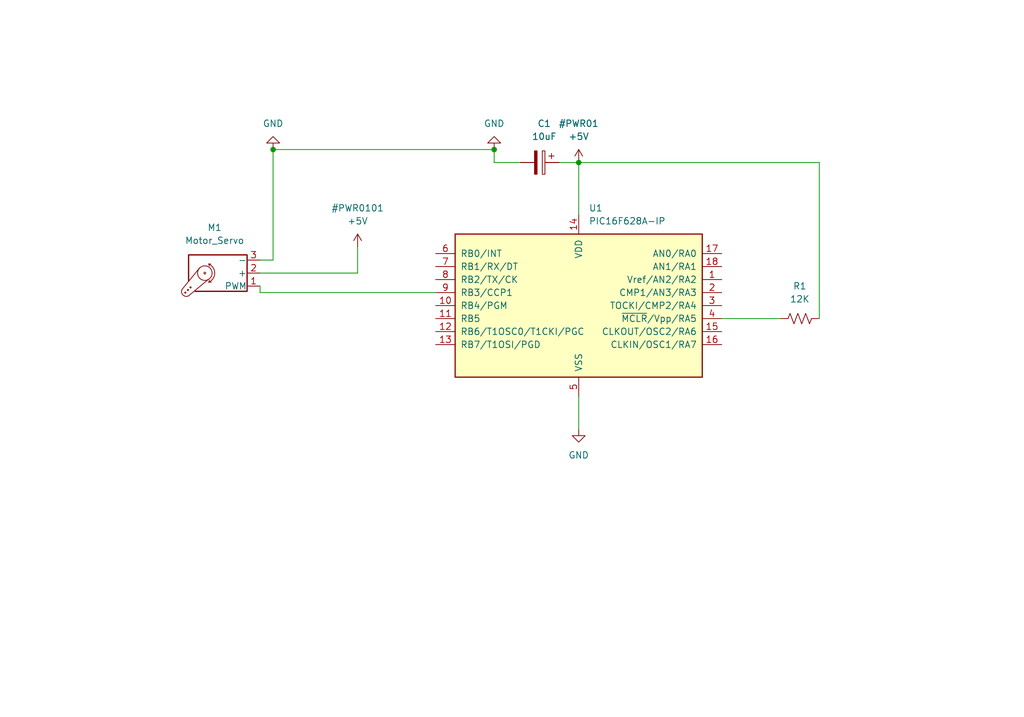
<source format=kicad_sch>
(kicad_sch (version 20230121) (generator eeschema)
  (paper "User" 200 140.005)
  (title_block (title "Basic Servo Controll with PIC16F628A") (company "Ricardo Lima Caratti"))
  (lib_symbols
    (symbol "Device:C_Polarized" (pin_numbers hide) (pin_names (offset 0.254))
      (property "Reference" "C" (at 0.635 2.54 0))
      (property "Value" "C_Polarized" (at 0.635 -2.54 0))
      (symbol "C_Polarized_0_1"
        (rectangle (start -2.286 0.508) (end 2.286 1.016))
        (polyline (pts (xy -1.778 2.286) (xy -0.762 2.286)))
        (polyline (pts (xy -1.27 2.794) (xy -1.27 1.778)))
        (rectangle (start 2.286 -0.508) (end -2.286 -1.016) (fill (type outline)))
      )
      (symbol "C_Polarized_1_1"
        (pin passive line (at 0 3.81 270) (length 2.794) (name "~") (number "1"))
        (pin passive line (at 0 -3.81 90) (length 2.794) (name "~") (number "2"))
      )
    )
    (symbol "Device:R_US" (pin_numbers hide) (pin_names (offset 0))
      (property "Reference" "R" (at 2.54 0 90))
      (property "Value" "R_US" (at -2.54 0 90))
      (symbol "R_US_0_1"
        (polyline (pts (xy 0 -2.286) (xy 0 -2.54)))
        (polyline (pts (xy 0 2.286) (xy 0 2.54)))
        (polyline (pts (xy 0 -0.762) (xy 1.016 -1.143) (xy 0 -1.524) (xy -1.016 -1.905) (xy 0 -2.286)))
        (polyline (pts (xy 0 0.762) (xy 1.016 0.381) (xy 0 0) (xy -1.016 -0.381) (xy 0 -0.762)))
        (polyline (pts (xy 0 2.286) (xy 1.016 1.905) (xy 0 1.524) (xy -1.016 1.143) (xy 0 0.762)))
      )
      (symbol "R_US_1_1"
        (pin passive line (at 0 3.81 270) (length 1.27) (name "~") (number "1"))
        (pin passive line (at 0 -3.81 90) (length 1.27) (name "~") (number "2"))
      )
    )
    (symbol "MCU_Microchip_PIC16:PIC16F628A-IP" (pin_names (offset 1.016))
      (property "Reference" "U" (at -24.13 17.78 0))
      (property "Value" "PIC16F628A-IP" (at -24.13 15.24 0))
      (symbol "PIC16F628A-IP_0_1"
        (rectangle (start 24.13 13.97) (end -24.13 -13.97) (stroke (width 0.254)) (fill (type background)))
      )
      (symbol "PIC16F628A-IP_1_1"
        (pin bidirectional line (at 27.94 5.08 180) (length 3.81) (name "Vref/AN2/RA2") (number "1"))
        (pin bidirectional line (at -27.94 0 0) (length 3.81) (name "RB4/PGM") (number "10"))
        (pin bidirectional line (at -27.94 -2.54 0) (length 3.81) (name "RB5") (number "11"))
        (pin bidirectional line (at -27.94 -5.08 0) (length 3.81) (name "RB6/T1OSC0/T1CKI/PGC") (number "12"))
        (pin bidirectional line (at -27.94 -7.62 0) (length 3.81) (name "RB7/T1OSI/PGD") (number "13"))
        (pin power_in line (at 0 17.78 270) (length 3.81) (name "VDD") (number "14"))
        (pin bidirectional line (at 27.94 -5.08 180) (length 3.81) (name "CLKOUT/OSC2/RA6") (number "15"))
        (pin bidirectional line (at 27.94 -7.62 180) (length 3.81) (name "CLKIN/OSC1/RA7") (number "16"))
        (pin bidirectional line (at 27.94 10.16 180) (length 3.81) (name "AN0/RA0") (number "17"))
        (pin bidirectional line (at 27.94 7.62 180) (length 3.81) (name "AN1/RA1") (number "18"))
        (pin bidirectional line (at 27.94 2.54 180) (length 3.81) (name "CMP1/AN3/RA3") (number "2"))
        (pin bidirectional line (at 27.94 0 180) (length 3.81) (name "TOCKI/CMP2/RA4") (number "3"))
        (pin input line (at 27.94 -2.54 180) (length 3.81) (name "~{MCLR}/Vpp/RA5") (number "4"))
        (pin power_in line (at 0 -17.78 90) (length 3.81) (name "VSS") (number "5"))
        (pin bidirectional line (at -27.94 10.16 0) (length 3.81) (name "RB0/INT") (number "6"))
        (pin bidirectional line (at -27.94 7.62 0) (length 3.81) (name "RB1/RX/DT") (number "7"))
        (pin bidirectional line (at -27.94 5.08 0) (length 3.81) (name "RB2/TX/CK") (number "8"))
        (pin bidirectional line (at -27.94 2.54 0) (length 3.81) (name "RB3/CCP1") (number "9"))
      )
    )
    (symbol "Motor:Motor_Servo" (pin_names (offset 0.0254))
      (property "Reference" "M" (at -5.08 4.445 0))
      (property "Value" "Motor_Servo" (at -5.08 -4.064 0))
      (symbol "Motor_Servo_0_1"
        (polyline (pts (xy 2.413 -1.778) (xy 2.032 -1.778)))
        (polyline (pts (xy 2.413 -1.778) (xy 2.286 -1.397)))
        (polyline (pts (xy 2.413 1.778) (xy 1.905 1.778)))
        (polyline (pts (xy 2.413 1.778) (xy 2.286 1.397)))
        (polyline (pts (xy 6.35 4.445) (xy 2.54 1.27)))
        (polyline (pts (xy 7.62 3.175) (xy 4.191 -1.016)))
        (polyline (pts (xy 5.08 3.556) (xy -5.08 3.556) (xy -5.08 -3.556) (xy 6.35 -3.556) (xy 6.35 1.524)) (stroke (width 0.254)))
        (arc (start 2.413 1.778) (mid 1.2406 0) (end 2.413 -1.778))
        (circle (center 3.175 0) (radius 0.1778))
        (circle (center 3.175 0) (radius 1.4224))
        (circle (center 5.969 2.794) (radius 0.127))
        (circle (center 6.477 3.302) (radius 0.127))
        (circle (center 6.985 3.81) (radius 0.127))
        (arc (start 7.62 3.175) (mid 7.4485 4.2735) (end 6.35 4.445))
      )
      (symbol "Motor_Servo_1_1"
        (pin passive line (at -7.62 2.54 0) (length 2.54) (name "PWM") (number "1"))
        (pin passive line (at -7.62 0 0) (length 2.54) (name "+") (number "2"))
        (pin passive line (at -7.62 -2.54 0) (length 2.54) (name "-") (number "3"))
      )
    )
    (symbol "power:+5V" (power) (pin_names (offset 0))
      (property "Value" "+5V" (at 0 3.556 0))
      (symbol "+5V_0_1"
        (polyline (pts (xy -0.762 1.27) (xy 0 2.54)))
        (polyline (pts (xy 0 0) (xy 0 2.54)))
        (polyline (pts (xy 0 2.54) (xy 0.762 1.27)))
      )
      (symbol "+5V_1_1"
        (pin power_in line (at 0 0 90) (length 0) hide (name "+5V") (number "1"))
      )
    )
    (symbol "power:GND" (power) (pin_names (offset 0))
      (property "Value" "GND" (at 0 -3.81 0))
      (symbol "GND_0_1"
        (polyline (pts (xy 0 0) (xy 0 -1.27) (xy 1.27 -1.27) (xy 0 -2.54) (xy -1.27 -1.27) (xy 0 -1.27)))
      )
      (symbol "GND_1_1"
        (pin power_in line (at 0 0 270) (length 0) hide (name "GND") (number "1"))
      )
    )
  )
  (junction (at 53.34 29.21))
  (junction (at 113.03 31.75))
  (junction (at 96.52 29.21))
  (wire (pts (xy 113.03 77.47) (xy 113.03 83.82)))
  (wire (pts (xy 160.02 62.23) (xy 160.02 31.75)))
  (wire (pts (xy 50.8 53.34) (xy 69.85 53.34)))
  (wire (pts (xy 101.6 31.75) (xy 96.52 31.75)))
  (wire (pts (xy 109.22 31.75) (xy 113.03 31.75)))
  (wire (pts (xy 160.02 31.75) (xy 113.03 31.75)))
  (wire (pts (xy 53.34 29.21) (xy 96.52 29.21)))
  (wire (pts (xy 140.97 62.23) (xy 152.4 62.23)))
  (wire (pts (xy 113.03 41.91) (xy 113.03 31.75)))
  (wire (pts (xy 53.34 29.21) (xy 53.34 50.8)))
  (wire (pts (xy 50.8 55.88) (xy 50.8 57.15)))
  (wire (pts (xy 96.52 29.21) (xy 96.52 31.75)))
  (wire (pts (xy 50.8 50.8) (xy 53.34 50.8)))
  (wire (pts (xy 50.8 57.15) (xy 85.09 57.15)))
  (wire (pts (xy 69.85 48.26) (xy 69.85 53.34)))
  (symbol (lib_id "Device:R_US") (at 156.21 62.23 90) (unit 1)
    (property "Reference" "R1" (at 156.21 55.88 90))
    (property "Value" "12K" (at 156.21 58.42 90))
  )
  (symbol (lib_id "Device:C_Polarized") (at 105.41 31.75 270) (unit 1)
    (property "Reference" "C1" (at 106.299 24.13 90))
    (property "Value" "10uF" (at 106.299 26.67 90))
  )
  (symbol (lib_id "power:GND") (at 113.03 83.82 0) (unit 1)
    (property "Reference" "#PWR03" (effects hide))
    (property "Value" "GND" (at 113.03 88.9 0))
  )
  (symbol (lib_id "Motor:Motor_Servo") (at 43.18 53.34 180) (unit 1)
    (property "Reference" "M1" (at 41.9211 44.45 0))
    (property "Value" "Motor_Servo" (at 41.9211 46.99 0))
    (property "Datasheet" "http://forums.parallax.com/uploads/attachments/46831/74481.png" (effects hide))
  )
  (symbol (lib_id "power:GND") (at 53.34 29.21 180) (unit 1)
    (property "Reference" "#PWR02" (effects hide))
    (property "Value" "GND" (at 53.34 24.13 0))
  )
  (symbol (lib_id "power:GND") (at 96.52 29.21 180) (unit 1)
    (property "Reference" "#PWR04" (effects hide))
    (property "Value" "GND" (at 96.52 24.13 0))
  )
  (symbol (lib_id "power:+5V") (at 113.03 31.75 0) (unit 1)
    (property "Reference" "#PWR01" (at 113.03 24.13 0))
    (property "Value" "+5V" (at 113.03 26.67 0))
  )
  (symbol (lib_id "MCU_Microchip_PIC16:PIC16F628A-IP") (at 113.03 59.69 0) (unit 1)
    (property "Reference" "U1" (at 114.9859 40.64 0) (effects (justify left)))
    (property "Value" "PIC16F628A-IP" (at 114.9859 43.18 0) (effects (justify left)))
    (property "Datasheet" "http://ww1.microchip.com/downloads/en/DeviceDoc/40300c.pdf" (effects hide))
  )
  (symbol (lib_id "power:+5V") (at 69.85 48.26 0) (unit 1)
    (property "Reference" "#PWR02" (at 69.85 40.64 0))
    (property "Value" "+5V" (at 69.85 43.18 0))
  )
)
</source>
